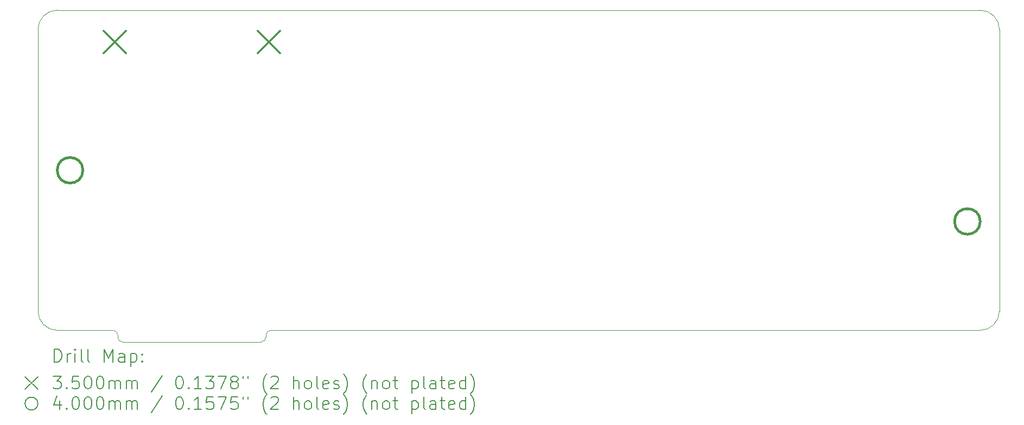
<source format=gbr>
%FSLAX45Y45*%
G04 Gerber Fmt 4.5, Leading zero omitted, Abs format (unit mm)*
G04 Created by KiCad (PCBNEW (6.0.1-0)) date 2023-03-27 10:59:06*
%MOMM*%
%LPD*%
G01*
G04 APERTURE LIST*
%TA.AperFunction,Profile*%
%ADD10C,0.050000*%
%TD*%
%ADD11C,0.200000*%
%ADD12C,0.350000*%
%ADD13C,0.400000*%
G04 APERTURE END LIST*
D10*
X6477000Y-9399000D02*
X6477000Y-4999000D01*
X7645400Y-9699000D02*
X6777000Y-9699000D01*
X6777000Y-4699000D02*
X21177000Y-4699000D01*
X6777000Y-4699000D02*
G75*
G03*
X6477000Y-4999000I0J-300000D01*
G01*
X9956800Y-9880600D02*
G75*
G03*
X10033000Y-9804400I0J76200D01*
G01*
X10033000Y-9804400D02*
X10033000Y-9775200D01*
X7797800Y-9880600D02*
X9956800Y-9880600D01*
X21177000Y-9699000D02*
X10109200Y-9699000D01*
X10109200Y-9699000D02*
G75*
G03*
X10033000Y-9775200I0J-76200D01*
G01*
X21477000Y-4999000D02*
G75*
G03*
X21177000Y-4699000I-300000J0D01*
G01*
X21177000Y-9699000D02*
G75*
G03*
X21477000Y-9399000I0J300000D01*
G01*
X6477000Y-9399000D02*
G75*
G03*
X6777000Y-9699000I300000J0D01*
G01*
X21477000Y-4999000D02*
X21477000Y-9399000D01*
X7721600Y-9804400D02*
G75*
G03*
X7797800Y-9880600I76200J0D01*
G01*
X7721600Y-9775200D02*
G75*
G03*
X7645400Y-9699000I-76200J0D01*
G01*
X7721600Y-9775200D02*
X7721600Y-9804400D01*
D11*
D12*
X7502000Y-5024000D02*
X7852000Y-5374000D01*
X7852000Y-5024000D02*
X7502000Y-5374000D01*
X9902000Y-5024000D02*
X10252000Y-5374000D01*
X10252000Y-5024000D02*
X9902000Y-5374000D01*
D13*
X7177000Y-7199000D02*
G75*
G03*
X7177000Y-7199000I-200000J0D01*
G01*
X21177000Y-7999000D02*
G75*
G03*
X21177000Y-7999000I-200000J0D01*
G01*
D11*
X6732119Y-10193576D02*
X6732119Y-9993576D01*
X6779738Y-9993576D01*
X6808309Y-10003100D01*
X6827357Y-10022148D01*
X6836881Y-10041195D01*
X6846405Y-10079290D01*
X6846405Y-10107862D01*
X6836881Y-10145957D01*
X6827357Y-10165005D01*
X6808309Y-10184052D01*
X6779738Y-10193576D01*
X6732119Y-10193576D01*
X6932119Y-10193576D02*
X6932119Y-10060243D01*
X6932119Y-10098338D02*
X6941643Y-10079290D01*
X6951167Y-10069767D01*
X6970214Y-10060243D01*
X6989262Y-10060243D01*
X7055928Y-10193576D02*
X7055928Y-10060243D01*
X7055928Y-9993576D02*
X7046405Y-10003100D01*
X7055928Y-10012624D01*
X7065452Y-10003100D01*
X7055928Y-9993576D01*
X7055928Y-10012624D01*
X7179738Y-10193576D02*
X7160690Y-10184052D01*
X7151167Y-10165005D01*
X7151167Y-9993576D01*
X7284500Y-10193576D02*
X7265452Y-10184052D01*
X7255928Y-10165005D01*
X7255928Y-9993576D01*
X7513071Y-10193576D02*
X7513071Y-9993576D01*
X7579738Y-10136433D01*
X7646405Y-9993576D01*
X7646405Y-10193576D01*
X7827357Y-10193576D02*
X7827357Y-10088814D01*
X7817833Y-10069767D01*
X7798786Y-10060243D01*
X7760690Y-10060243D01*
X7741643Y-10069767D01*
X7827357Y-10184052D02*
X7808309Y-10193576D01*
X7760690Y-10193576D01*
X7741643Y-10184052D01*
X7732119Y-10165005D01*
X7732119Y-10145957D01*
X7741643Y-10126910D01*
X7760690Y-10117386D01*
X7808309Y-10117386D01*
X7827357Y-10107862D01*
X7922595Y-10060243D02*
X7922595Y-10260243D01*
X7922595Y-10069767D02*
X7941643Y-10060243D01*
X7979738Y-10060243D01*
X7998786Y-10069767D01*
X8008309Y-10079290D01*
X8017833Y-10098338D01*
X8017833Y-10155481D01*
X8008309Y-10174529D01*
X7998786Y-10184052D01*
X7979738Y-10193576D01*
X7941643Y-10193576D01*
X7922595Y-10184052D01*
X8103548Y-10174529D02*
X8113071Y-10184052D01*
X8103548Y-10193576D01*
X8094024Y-10184052D01*
X8103548Y-10174529D01*
X8103548Y-10193576D01*
X8103548Y-10069767D02*
X8113071Y-10079290D01*
X8103548Y-10088814D01*
X8094024Y-10079290D01*
X8103548Y-10069767D01*
X8103548Y-10088814D01*
X6274500Y-10423100D02*
X6474500Y-10623100D01*
X6474500Y-10423100D02*
X6274500Y-10623100D01*
X6713071Y-10413576D02*
X6836881Y-10413576D01*
X6770214Y-10489767D01*
X6798786Y-10489767D01*
X6817833Y-10499290D01*
X6827357Y-10508814D01*
X6836881Y-10527862D01*
X6836881Y-10575481D01*
X6827357Y-10594529D01*
X6817833Y-10604052D01*
X6798786Y-10613576D01*
X6741643Y-10613576D01*
X6722595Y-10604052D01*
X6713071Y-10594529D01*
X6922595Y-10594529D02*
X6932119Y-10604052D01*
X6922595Y-10613576D01*
X6913071Y-10604052D01*
X6922595Y-10594529D01*
X6922595Y-10613576D01*
X7113071Y-10413576D02*
X7017833Y-10413576D01*
X7008309Y-10508814D01*
X7017833Y-10499290D01*
X7036881Y-10489767D01*
X7084500Y-10489767D01*
X7103548Y-10499290D01*
X7113071Y-10508814D01*
X7122595Y-10527862D01*
X7122595Y-10575481D01*
X7113071Y-10594529D01*
X7103548Y-10604052D01*
X7084500Y-10613576D01*
X7036881Y-10613576D01*
X7017833Y-10604052D01*
X7008309Y-10594529D01*
X7246405Y-10413576D02*
X7265452Y-10413576D01*
X7284500Y-10423100D01*
X7294024Y-10432624D01*
X7303548Y-10451671D01*
X7313071Y-10489767D01*
X7313071Y-10537386D01*
X7303548Y-10575481D01*
X7294024Y-10594529D01*
X7284500Y-10604052D01*
X7265452Y-10613576D01*
X7246405Y-10613576D01*
X7227357Y-10604052D01*
X7217833Y-10594529D01*
X7208309Y-10575481D01*
X7198786Y-10537386D01*
X7198786Y-10489767D01*
X7208309Y-10451671D01*
X7217833Y-10432624D01*
X7227357Y-10423100D01*
X7246405Y-10413576D01*
X7436881Y-10413576D02*
X7455928Y-10413576D01*
X7474976Y-10423100D01*
X7484500Y-10432624D01*
X7494024Y-10451671D01*
X7503548Y-10489767D01*
X7503548Y-10537386D01*
X7494024Y-10575481D01*
X7484500Y-10594529D01*
X7474976Y-10604052D01*
X7455928Y-10613576D01*
X7436881Y-10613576D01*
X7417833Y-10604052D01*
X7408309Y-10594529D01*
X7398786Y-10575481D01*
X7389262Y-10537386D01*
X7389262Y-10489767D01*
X7398786Y-10451671D01*
X7408309Y-10432624D01*
X7417833Y-10423100D01*
X7436881Y-10413576D01*
X7589262Y-10613576D02*
X7589262Y-10480243D01*
X7589262Y-10499290D02*
X7598786Y-10489767D01*
X7617833Y-10480243D01*
X7646405Y-10480243D01*
X7665452Y-10489767D01*
X7674976Y-10508814D01*
X7674976Y-10613576D01*
X7674976Y-10508814D02*
X7684500Y-10489767D01*
X7703548Y-10480243D01*
X7732119Y-10480243D01*
X7751167Y-10489767D01*
X7760690Y-10508814D01*
X7760690Y-10613576D01*
X7855928Y-10613576D02*
X7855928Y-10480243D01*
X7855928Y-10499290D02*
X7865452Y-10489767D01*
X7884500Y-10480243D01*
X7913071Y-10480243D01*
X7932119Y-10489767D01*
X7941643Y-10508814D01*
X7941643Y-10613576D01*
X7941643Y-10508814D02*
X7951167Y-10489767D01*
X7970214Y-10480243D01*
X7998786Y-10480243D01*
X8017833Y-10489767D01*
X8027357Y-10508814D01*
X8027357Y-10613576D01*
X8417833Y-10404052D02*
X8246405Y-10661195D01*
X8674976Y-10413576D02*
X8694024Y-10413576D01*
X8713071Y-10423100D01*
X8722595Y-10432624D01*
X8732119Y-10451671D01*
X8741643Y-10489767D01*
X8741643Y-10537386D01*
X8732119Y-10575481D01*
X8722595Y-10594529D01*
X8713071Y-10604052D01*
X8694024Y-10613576D01*
X8674976Y-10613576D01*
X8655929Y-10604052D01*
X8646405Y-10594529D01*
X8636881Y-10575481D01*
X8627357Y-10537386D01*
X8627357Y-10489767D01*
X8636881Y-10451671D01*
X8646405Y-10432624D01*
X8655929Y-10423100D01*
X8674976Y-10413576D01*
X8827357Y-10594529D02*
X8836881Y-10604052D01*
X8827357Y-10613576D01*
X8817833Y-10604052D01*
X8827357Y-10594529D01*
X8827357Y-10613576D01*
X9027357Y-10613576D02*
X8913071Y-10613576D01*
X8970214Y-10613576D02*
X8970214Y-10413576D01*
X8951167Y-10442148D01*
X8932119Y-10461195D01*
X8913071Y-10470719D01*
X9094024Y-10413576D02*
X9217833Y-10413576D01*
X9151167Y-10489767D01*
X9179738Y-10489767D01*
X9198786Y-10499290D01*
X9208310Y-10508814D01*
X9217833Y-10527862D01*
X9217833Y-10575481D01*
X9208310Y-10594529D01*
X9198786Y-10604052D01*
X9179738Y-10613576D01*
X9122595Y-10613576D01*
X9103548Y-10604052D01*
X9094024Y-10594529D01*
X9284500Y-10413576D02*
X9417833Y-10413576D01*
X9332119Y-10613576D01*
X9522595Y-10499290D02*
X9503548Y-10489767D01*
X9494024Y-10480243D01*
X9484500Y-10461195D01*
X9484500Y-10451671D01*
X9494024Y-10432624D01*
X9503548Y-10423100D01*
X9522595Y-10413576D01*
X9560690Y-10413576D01*
X9579738Y-10423100D01*
X9589262Y-10432624D01*
X9598786Y-10451671D01*
X9598786Y-10461195D01*
X9589262Y-10480243D01*
X9579738Y-10489767D01*
X9560690Y-10499290D01*
X9522595Y-10499290D01*
X9503548Y-10508814D01*
X9494024Y-10518338D01*
X9484500Y-10537386D01*
X9484500Y-10575481D01*
X9494024Y-10594529D01*
X9503548Y-10604052D01*
X9522595Y-10613576D01*
X9560690Y-10613576D01*
X9579738Y-10604052D01*
X9589262Y-10594529D01*
X9598786Y-10575481D01*
X9598786Y-10537386D01*
X9589262Y-10518338D01*
X9579738Y-10508814D01*
X9560690Y-10499290D01*
X9674976Y-10413576D02*
X9674976Y-10451671D01*
X9751167Y-10413576D02*
X9751167Y-10451671D01*
X10046405Y-10689767D02*
X10036881Y-10680243D01*
X10017833Y-10651671D01*
X10008310Y-10632624D01*
X9998786Y-10604052D01*
X9989262Y-10556433D01*
X9989262Y-10518338D01*
X9998786Y-10470719D01*
X10008310Y-10442148D01*
X10017833Y-10423100D01*
X10036881Y-10394529D01*
X10046405Y-10385005D01*
X10113071Y-10432624D02*
X10122595Y-10423100D01*
X10141643Y-10413576D01*
X10189262Y-10413576D01*
X10208310Y-10423100D01*
X10217833Y-10432624D01*
X10227357Y-10451671D01*
X10227357Y-10470719D01*
X10217833Y-10499290D01*
X10103548Y-10613576D01*
X10227357Y-10613576D01*
X10465452Y-10613576D02*
X10465452Y-10413576D01*
X10551167Y-10613576D02*
X10551167Y-10508814D01*
X10541643Y-10489767D01*
X10522595Y-10480243D01*
X10494024Y-10480243D01*
X10474976Y-10489767D01*
X10465452Y-10499290D01*
X10674976Y-10613576D02*
X10655929Y-10604052D01*
X10646405Y-10594529D01*
X10636881Y-10575481D01*
X10636881Y-10518338D01*
X10646405Y-10499290D01*
X10655929Y-10489767D01*
X10674976Y-10480243D01*
X10703548Y-10480243D01*
X10722595Y-10489767D01*
X10732119Y-10499290D01*
X10741643Y-10518338D01*
X10741643Y-10575481D01*
X10732119Y-10594529D01*
X10722595Y-10604052D01*
X10703548Y-10613576D01*
X10674976Y-10613576D01*
X10855929Y-10613576D02*
X10836881Y-10604052D01*
X10827357Y-10585005D01*
X10827357Y-10413576D01*
X11008310Y-10604052D02*
X10989262Y-10613576D01*
X10951167Y-10613576D01*
X10932119Y-10604052D01*
X10922595Y-10585005D01*
X10922595Y-10508814D01*
X10932119Y-10489767D01*
X10951167Y-10480243D01*
X10989262Y-10480243D01*
X11008310Y-10489767D01*
X11017833Y-10508814D01*
X11017833Y-10527862D01*
X10922595Y-10546910D01*
X11094024Y-10604052D02*
X11113071Y-10613576D01*
X11151167Y-10613576D01*
X11170214Y-10604052D01*
X11179738Y-10585005D01*
X11179738Y-10575481D01*
X11170214Y-10556433D01*
X11151167Y-10546910D01*
X11122595Y-10546910D01*
X11103548Y-10537386D01*
X11094024Y-10518338D01*
X11094024Y-10508814D01*
X11103548Y-10489767D01*
X11122595Y-10480243D01*
X11151167Y-10480243D01*
X11170214Y-10489767D01*
X11246405Y-10689767D02*
X11255928Y-10680243D01*
X11274976Y-10651671D01*
X11284500Y-10632624D01*
X11294024Y-10604052D01*
X11303548Y-10556433D01*
X11303548Y-10518338D01*
X11294024Y-10470719D01*
X11284500Y-10442148D01*
X11274976Y-10423100D01*
X11255928Y-10394529D01*
X11246405Y-10385005D01*
X11608309Y-10689767D02*
X11598786Y-10680243D01*
X11579738Y-10651671D01*
X11570214Y-10632624D01*
X11560690Y-10604052D01*
X11551167Y-10556433D01*
X11551167Y-10518338D01*
X11560690Y-10470719D01*
X11570214Y-10442148D01*
X11579738Y-10423100D01*
X11598786Y-10394529D01*
X11608309Y-10385005D01*
X11684500Y-10480243D02*
X11684500Y-10613576D01*
X11684500Y-10499290D02*
X11694024Y-10489767D01*
X11713071Y-10480243D01*
X11741643Y-10480243D01*
X11760690Y-10489767D01*
X11770214Y-10508814D01*
X11770214Y-10613576D01*
X11894024Y-10613576D02*
X11874976Y-10604052D01*
X11865452Y-10594529D01*
X11855928Y-10575481D01*
X11855928Y-10518338D01*
X11865452Y-10499290D01*
X11874976Y-10489767D01*
X11894024Y-10480243D01*
X11922595Y-10480243D01*
X11941643Y-10489767D01*
X11951167Y-10499290D01*
X11960690Y-10518338D01*
X11960690Y-10575481D01*
X11951167Y-10594529D01*
X11941643Y-10604052D01*
X11922595Y-10613576D01*
X11894024Y-10613576D01*
X12017833Y-10480243D02*
X12094024Y-10480243D01*
X12046405Y-10413576D02*
X12046405Y-10585005D01*
X12055928Y-10604052D01*
X12074976Y-10613576D01*
X12094024Y-10613576D01*
X12313071Y-10480243D02*
X12313071Y-10680243D01*
X12313071Y-10489767D02*
X12332119Y-10480243D01*
X12370214Y-10480243D01*
X12389262Y-10489767D01*
X12398786Y-10499290D01*
X12408309Y-10518338D01*
X12408309Y-10575481D01*
X12398786Y-10594529D01*
X12389262Y-10604052D01*
X12370214Y-10613576D01*
X12332119Y-10613576D01*
X12313071Y-10604052D01*
X12522595Y-10613576D02*
X12503548Y-10604052D01*
X12494024Y-10585005D01*
X12494024Y-10413576D01*
X12684500Y-10613576D02*
X12684500Y-10508814D01*
X12674976Y-10489767D01*
X12655928Y-10480243D01*
X12617833Y-10480243D01*
X12598786Y-10489767D01*
X12684500Y-10604052D02*
X12665452Y-10613576D01*
X12617833Y-10613576D01*
X12598786Y-10604052D01*
X12589262Y-10585005D01*
X12589262Y-10565957D01*
X12598786Y-10546910D01*
X12617833Y-10537386D01*
X12665452Y-10537386D01*
X12684500Y-10527862D01*
X12751167Y-10480243D02*
X12827357Y-10480243D01*
X12779738Y-10413576D02*
X12779738Y-10585005D01*
X12789262Y-10604052D01*
X12808309Y-10613576D01*
X12827357Y-10613576D01*
X12970214Y-10604052D02*
X12951167Y-10613576D01*
X12913071Y-10613576D01*
X12894024Y-10604052D01*
X12884500Y-10585005D01*
X12884500Y-10508814D01*
X12894024Y-10489767D01*
X12913071Y-10480243D01*
X12951167Y-10480243D01*
X12970214Y-10489767D01*
X12979738Y-10508814D01*
X12979738Y-10527862D01*
X12884500Y-10546910D01*
X13151167Y-10613576D02*
X13151167Y-10413576D01*
X13151167Y-10604052D02*
X13132119Y-10613576D01*
X13094024Y-10613576D01*
X13074976Y-10604052D01*
X13065452Y-10594529D01*
X13055928Y-10575481D01*
X13055928Y-10518338D01*
X13065452Y-10499290D01*
X13074976Y-10489767D01*
X13094024Y-10480243D01*
X13132119Y-10480243D01*
X13151167Y-10489767D01*
X13227357Y-10689767D02*
X13236881Y-10680243D01*
X13255928Y-10651671D01*
X13265452Y-10632624D01*
X13274976Y-10604052D01*
X13284500Y-10556433D01*
X13284500Y-10518338D01*
X13274976Y-10470719D01*
X13265452Y-10442148D01*
X13255928Y-10423100D01*
X13236881Y-10394529D01*
X13227357Y-10385005D01*
X6474500Y-10843100D02*
G75*
G03*
X6474500Y-10843100I-100000J0D01*
G01*
X6817833Y-10800243D02*
X6817833Y-10933576D01*
X6770214Y-10724052D02*
X6722595Y-10866910D01*
X6846405Y-10866910D01*
X6922595Y-10914529D02*
X6932119Y-10924052D01*
X6922595Y-10933576D01*
X6913071Y-10924052D01*
X6922595Y-10914529D01*
X6922595Y-10933576D01*
X7055928Y-10733576D02*
X7074976Y-10733576D01*
X7094024Y-10743100D01*
X7103548Y-10752624D01*
X7113071Y-10771671D01*
X7122595Y-10809767D01*
X7122595Y-10857386D01*
X7113071Y-10895481D01*
X7103548Y-10914529D01*
X7094024Y-10924052D01*
X7074976Y-10933576D01*
X7055928Y-10933576D01*
X7036881Y-10924052D01*
X7027357Y-10914529D01*
X7017833Y-10895481D01*
X7008309Y-10857386D01*
X7008309Y-10809767D01*
X7017833Y-10771671D01*
X7027357Y-10752624D01*
X7036881Y-10743100D01*
X7055928Y-10733576D01*
X7246405Y-10733576D02*
X7265452Y-10733576D01*
X7284500Y-10743100D01*
X7294024Y-10752624D01*
X7303548Y-10771671D01*
X7313071Y-10809767D01*
X7313071Y-10857386D01*
X7303548Y-10895481D01*
X7294024Y-10914529D01*
X7284500Y-10924052D01*
X7265452Y-10933576D01*
X7246405Y-10933576D01*
X7227357Y-10924052D01*
X7217833Y-10914529D01*
X7208309Y-10895481D01*
X7198786Y-10857386D01*
X7198786Y-10809767D01*
X7208309Y-10771671D01*
X7217833Y-10752624D01*
X7227357Y-10743100D01*
X7246405Y-10733576D01*
X7436881Y-10733576D02*
X7455928Y-10733576D01*
X7474976Y-10743100D01*
X7484500Y-10752624D01*
X7494024Y-10771671D01*
X7503548Y-10809767D01*
X7503548Y-10857386D01*
X7494024Y-10895481D01*
X7484500Y-10914529D01*
X7474976Y-10924052D01*
X7455928Y-10933576D01*
X7436881Y-10933576D01*
X7417833Y-10924052D01*
X7408309Y-10914529D01*
X7398786Y-10895481D01*
X7389262Y-10857386D01*
X7389262Y-10809767D01*
X7398786Y-10771671D01*
X7408309Y-10752624D01*
X7417833Y-10743100D01*
X7436881Y-10733576D01*
X7589262Y-10933576D02*
X7589262Y-10800243D01*
X7589262Y-10819290D02*
X7598786Y-10809767D01*
X7617833Y-10800243D01*
X7646405Y-10800243D01*
X7665452Y-10809767D01*
X7674976Y-10828814D01*
X7674976Y-10933576D01*
X7674976Y-10828814D02*
X7684500Y-10809767D01*
X7703548Y-10800243D01*
X7732119Y-10800243D01*
X7751167Y-10809767D01*
X7760690Y-10828814D01*
X7760690Y-10933576D01*
X7855928Y-10933576D02*
X7855928Y-10800243D01*
X7855928Y-10819290D02*
X7865452Y-10809767D01*
X7884500Y-10800243D01*
X7913071Y-10800243D01*
X7932119Y-10809767D01*
X7941643Y-10828814D01*
X7941643Y-10933576D01*
X7941643Y-10828814D02*
X7951167Y-10809767D01*
X7970214Y-10800243D01*
X7998786Y-10800243D01*
X8017833Y-10809767D01*
X8027357Y-10828814D01*
X8027357Y-10933576D01*
X8417833Y-10724052D02*
X8246405Y-10981195D01*
X8674976Y-10733576D02*
X8694024Y-10733576D01*
X8713071Y-10743100D01*
X8722595Y-10752624D01*
X8732119Y-10771671D01*
X8741643Y-10809767D01*
X8741643Y-10857386D01*
X8732119Y-10895481D01*
X8722595Y-10914529D01*
X8713071Y-10924052D01*
X8694024Y-10933576D01*
X8674976Y-10933576D01*
X8655929Y-10924052D01*
X8646405Y-10914529D01*
X8636881Y-10895481D01*
X8627357Y-10857386D01*
X8627357Y-10809767D01*
X8636881Y-10771671D01*
X8646405Y-10752624D01*
X8655929Y-10743100D01*
X8674976Y-10733576D01*
X8827357Y-10914529D02*
X8836881Y-10924052D01*
X8827357Y-10933576D01*
X8817833Y-10924052D01*
X8827357Y-10914529D01*
X8827357Y-10933576D01*
X9027357Y-10933576D02*
X8913071Y-10933576D01*
X8970214Y-10933576D02*
X8970214Y-10733576D01*
X8951167Y-10762148D01*
X8932119Y-10781195D01*
X8913071Y-10790719D01*
X9208310Y-10733576D02*
X9113071Y-10733576D01*
X9103548Y-10828814D01*
X9113071Y-10819290D01*
X9132119Y-10809767D01*
X9179738Y-10809767D01*
X9198786Y-10819290D01*
X9208310Y-10828814D01*
X9217833Y-10847862D01*
X9217833Y-10895481D01*
X9208310Y-10914529D01*
X9198786Y-10924052D01*
X9179738Y-10933576D01*
X9132119Y-10933576D01*
X9113071Y-10924052D01*
X9103548Y-10914529D01*
X9284500Y-10733576D02*
X9417833Y-10733576D01*
X9332119Y-10933576D01*
X9589262Y-10733576D02*
X9494024Y-10733576D01*
X9484500Y-10828814D01*
X9494024Y-10819290D01*
X9513071Y-10809767D01*
X9560690Y-10809767D01*
X9579738Y-10819290D01*
X9589262Y-10828814D01*
X9598786Y-10847862D01*
X9598786Y-10895481D01*
X9589262Y-10914529D01*
X9579738Y-10924052D01*
X9560690Y-10933576D01*
X9513071Y-10933576D01*
X9494024Y-10924052D01*
X9484500Y-10914529D01*
X9674976Y-10733576D02*
X9674976Y-10771671D01*
X9751167Y-10733576D02*
X9751167Y-10771671D01*
X10046405Y-11009767D02*
X10036881Y-11000243D01*
X10017833Y-10971671D01*
X10008310Y-10952624D01*
X9998786Y-10924052D01*
X9989262Y-10876433D01*
X9989262Y-10838338D01*
X9998786Y-10790719D01*
X10008310Y-10762148D01*
X10017833Y-10743100D01*
X10036881Y-10714529D01*
X10046405Y-10705005D01*
X10113071Y-10752624D02*
X10122595Y-10743100D01*
X10141643Y-10733576D01*
X10189262Y-10733576D01*
X10208310Y-10743100D01*
X10217833Y-10752624D01*
X10227357Y-10771671D01*
X10227357Y-10790719D01*
X10217833Y-10819290D01*
X10103548Y-10933576D01*
X10227357Y-10933576D01*
X10465452Y-10933576D02*
X10465452Y-10733576D01*
X10551167Y-10933576D02*
X10551167Y-10828814D01*
X10541643Y-10809767D01*
X10522595Y-10800243D01*
X10494024Y-10800243D01*
X10474976Y-10809767D01*
X10465452Y-10819290D01*
X10674976Y-10933576D02*
X10655929Y-10924052D01*
X10646405Y-10914529D01*
X10636881Y-10895481D01*
X10636881Y-10838338D01*
X10646405Y-10819290D01*
X10655929Y-10809767D01*
X10674976Y-10800243D01*
X10703548Y-10800243D01*
X10722595Y-10809767D01*
X10732119Y-10819290D01*
X10741643Y-10838338D01*
X10741643Y-10895481D01*
X10732119Y-10914529D01*
X10722595Y-10924052D01*
X10703548Y-10933576D01*
X10674976Y-10933576D01*
X10855929Y-10933576D02*
X10836881Y-10924052D01*
X10827357Y-10905005D01*
X10827357Y-10733576D01*
X11008310Y-10924052D02*
X10989262Y-10933576D01*
X10951167Y-10933576D01*
X10932119Y-10924052D01*
X10922595Y-10905005D01*
X10922595Y-10828814D01*
X10932119Y-10809767D01*
X10951167Y-10800243D01*
X10989262Y-10800243D01*
X11008310Y-10809767D01*
X11017833Y-10828814D01*
X11017833Y-10847862D01*
X10922595Y-10866910D01*
X11094024Y-10924052D02*
X11113071Y-10933576D01*
X11151167Y-10933576D01*
X11170214Y-10924052D01*
X11179738Y-10905005D01*
X11179738Y-10895481D01*
X11170214Y-10876433D01*
X11151167Y-10866910D01*
X11122595Y-10866910D01*
X11103548Y-10857386D01*
X11094024Y-10838338D01*
X11094024Y-10828814D01*
X11103548Y-10809767D01*
X11122595Y-10800243D01*
X11151167Y-10800243D01*
X11170214Y-10809767D01*
X11246405Y-11009767D02*
X11255928Y-11000243D01*
X11274976Y-10971671D01*
X11284500Y-10952624D01*
X11294024Y-10924052D01*
X11303548Y-10876433D01*
X11303548Y-10838338D01*
X11294024Y-10790719D01*
X11284500Y-10762148D01*
X11274976Y-10743100D01*
X11255928Y-10714529D01*
X11246405Y-10705005D01*
X11608309Y-11009767D02*
X11598786Y-11000243D01*
X11579738Y-10971671D01*
X11570214Y-10952624D01*
X11560690Y-10924052D01*
X11551167Y-10876433D01*
X11551167Y-10838338D01*
X11560690Y-10790719D01*
X11570214Y-10762148D01*
X11579738Y-10743100D01*
X11598786Y-10714529D01*
X11608309Y-10705005D01*
X11684500Y-10800243D02*
X11684500Y-10933576D01*
X11684500Y-10819290D02*
X11694024Y-10809767D01*
X11713071Y-10800243D01*
X11741643Y-10800243D01*
X11760690Y-10809767D01*
X11770214Y-10828814D01*
X11770214Y-10933576D01*
X11894024Y-10933576D02*
X11874976Y-10924052D01*
X11865452Y-10914529D01*
X11855928Y-10895481D01*
X11855928Y-10838338D01*
X11865452Y-10819290D01*
X11874976Y-10809767D01*
X11894024Y-10800243D01*
X11922595Y-10800243D01*
X11941643Y-10809767D01*
X11951167Y-10819290D01*
X11960690Y-10838338D01*
X11960690Y-10895481D01*
X11951167Y-10914529D01*
X11941643Y-10924052D01*
X11922595Y-10933576D01*
X11894024Y-10933576D01*
X12017833Y-10800243D02*
X12094024Y-10800243D01*
X12046405Y-10733576D02*
X12046405Y-10905005D01*
X12055928Y-10924052D01*
X12074976Y-10933576D01*
X12094024Y-10933576D01*
X12313071Y-10800243D02*
X12313071Y-11000243D01*
X12313071Y-10809767D02*
X12332119Y-10800243D01*
X12370214Y-10800243D01*
X12389262Y-10809767D01*
X12398786Y-10819290D01*
X12408309Y-10838338D01*
X12408309Y-10895481D01*
X12398786Y-10914529D01*
X12389262Y-10924052D01*
X12370214Y-10933576D01*
X12332119Y-10933576D01*
X12313071Y-10924052D01*
X12522595Y-10933576D02*
X12503548Y-10924052D01*
X12494024Y-10905005D01*
X12494024Y-10733576D01*
X12684500Y-10933576D02*
X12684500Y-10828814D01*
X12674976Y-10809767D01*
X12655928Y-10800243D01*
X12617833Y-10800243D01*
X12598786Y-10809767D01*
X12684500Y-10924052D02*
X12665452Y-10933576D01*
X12617833Y-10933576D01*
X12598786Y-10924052D01*
X12589262Y-10905005D01*
X12589262Y-10885957D01*
X12598786Y-10866910D01*
X12617833Y-10857386D01*
X12665452Y-10857386D01*
X12684500Y-10847862D01*
X12751167Y-10800243D02*
X12827357Y-10800243D01*
X12779738Y-10733576D02*
X12779738Y-10905005D01*
X12789262Y-10924052D01*
X12808309Y-10933576D01*
X12827357Y-10933576D01*
X12970214Y-10924052D02*
X12951167Y-10933576D01*
X12913071Y-10933576D01*
X12894024Y-10924052D01*
X12884500Y-10905005D01*
X12884500Y-10828814D01*
X12894024Y-10809767D01*
X12913071Y-10800243D01*
X12951167Y-10800243D01*
X12970214Y-10809767D01*
X12979738Y-10828814D01*
X12979738Y-10847862D01*
X12884500Y-10866910D01*
X13151167Y-10933576D02*
X13151167Y-10733576D01*
X13151167Y-10924052D02*
X13132119Y-10933576D01*
X13094024Y-10933576D01*
X13074976Y-10924052D01*
X13065452Y-10914529D01*
X13055928Y-10895481D01*
X13055928Y-10838338D01*
X13065452Y-10819290D01*
X13074976Y-10809767D01*
X13094024Y-10800243D01*
X13132119Y-10800243D01*
X13151167Y-10809767D01*
X13227357Y-11009767D02*
X13236881Y-11000243D01*
X13255928Y-10971671D01*
X13265452Y-10952624D01*
X13274976Y-10924052D01*
X13284500Y-10876433D01*
X13284500Y-10838338D01*
X13274976Y-10790719D01*
X13265452Y-10762148D01*
X13255928Y-10743100D01*
X13236881Y-10714529D01*
X13227357Y-10705005D01*
M02*

</source>
